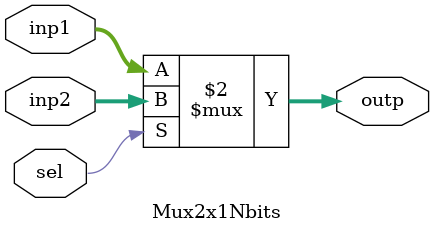
<source format=v>
module Mux2x1Nbits 
                #
                (
                    parameter Nbits = 32
                )
                (
                    input wire [Nbits-1:0]inp1,
                    input wire [Nbits-1:0]inp2,
                    input wire sel,
                    output wire [Nbits-1:0]outp
                );


assign outp = (sel==1) ? inp2 :  inp1;

endmodule
</source>
